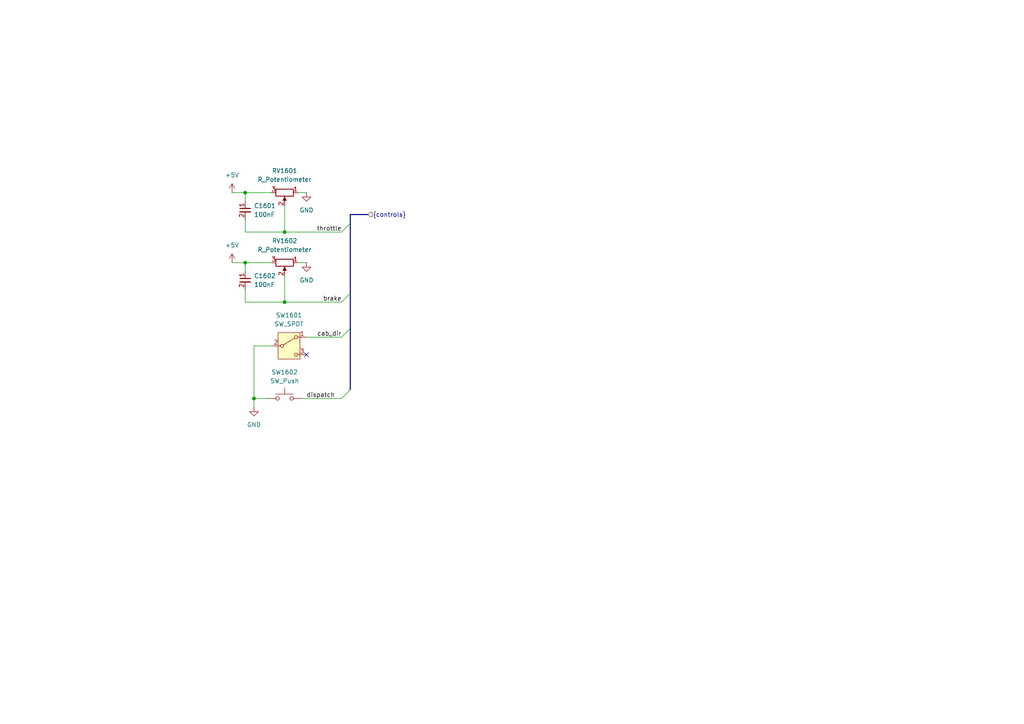
<source format=kicad_sch>
(kicad_sch (version 20231120) (generator "eeschema") (generator_version "8.0")
  (paper "A4")
  (lib_symbols
    (symbol "Device:R_Potentiometer" (pin_names (offset 1.016) hide)
      (property "Reference" "RV" (at -4.445 0 90))
      (property "Value" "R_Potentiometer" (at -2.54 0 90))
      (symbol "R_Potentiometer_0_1"
        (polyline (pts (xy 2.54 0) (xy 1.524 0)))
        (polyline (pts (xy 1.143 0) (xy 2.286 0.508) (xy 2.286 -0.508) (xy 1.143 0)) (fill (type outline)))
        (rectangle (start 1.016 2.54) (end -1.016 -2.54) (stroke (width 0.254)))
      )
      (symbol "R_Potentiometer_1_1"
        (pin passive line (at 0 3.81 270) (length 1.27) (name "1") (number "1"))
        (pin passive line (at 3.81 0 180) (length 1.27) (name "2") (number "2"))
        (pin passive line (at 0 -3.81 90) (length 1.27) (name "3") (number "3"))
      )
    )
    (symbol "Switch:SW_Push" (pin_numbers hide) (pin_names (offset 1.016) hide)
      (property "Reference" "SW" (at 1.27 2.54 0))
      (property "Value" "SW_Push" (at 0 -1.524 0))
      (symbol "SW_Push_0_1"
        (circle (center -2.032 0) (radius 0.508))
        (polyline (pts (xy 0 1.27) (xy 0 3.048)))
        (polyline (pts (xy 2.54 1.27) (xy -2.54 1.27)))
        (circle (center 2.032 0) (radius 0.508))
        (pin passive line (at -5.08 0 0) (length 2.54) (name "1") (number "1"))
        (pin passive line (at 5.08 0 180) (length 2.54) (name "2") (number "2"))
      )
    )
    (symbol "Switch:SW_SPDT" (pin_names (offset 0) hide)
      (property "Reference" "SW" (at 0 5.08 0))
      (property "Value" "SW_SPDT" (at 0 -5.08 0))
      (symbol "SW_SPDT_0_1"
        (circle (center -2.032 0) (radius 0.4572))
        (polyline (pts (xy -1.651 0.254) (xy 1.651 2.286)))
        (circle (center 2.032 -2.54) (radius 0.4572))
        (circle (center 2.032 2.54) (radius 0.4572))
      )
      (symbol "SW_SPDT_1_1"
        (rectangle (start -3.175 3.81) (end 3.175 -3.81) (fill (type background)))
        (pin passive line (at 5.08 2.54 180) (length 2.54) (name "A") (number "1"))
        (pin passive line (at -5.08 0 0) (length 2.54) (name "B") (number "2"))
        (pin passive line (at 5.08 -2.54 180) (length 2.54) (name "C") (number "3"))
      )
    )
    (symbol "capacitor_miscellaneous:C_0402_100nF"
      (property "Reference" "C" (at 1.27 2.54 0))
      (property "Value" "100nF" (at 3.81 -2.54 0))
      (symbol "C_0402_100nF_0_1"
        (polyline (pts (xy -1.524 -0.508) (xy 1.524 -0.508)) (stroke (width 0.3302)))
        (polyline (pts (xy -1.524 0.508) (xy 1.524 0.508)) (stroke (width 0.3048)))
      )
      (symbol "C_0402_100nF_1_1"
        (pin passive line (at 0 2.54 270) (length 2.032) (name "~") (number "1"))
        (pin passive line (at 0 -2.54 90) (length 2.032) (name "~") (number "2"))
      )
    )
    (symbol "power:+5V" (power) (pin_numbers hide) (pin_names (offset 0) hide)
      (property "Value" "+5V" (at 0 3.556 0))
      (symbol "+5V_0_1"
        (polyline (pts (xy -0.762 1.27) (xy 0 2.54)))
        (polyline (pts (xy 0 0) (xy 0 2.54)))
        (polyline (pts (xy 0 2.54) (xy 0.762 1.27)))
      )
      (symbol "+5V_1_1"
        (pin power_in line (at 0 0 90) (length 0) (name "~") (number "1"))
      )
    )
    (symbol "power:GND" (power) (pin_numbers hide) (pin_names (offset 0) hide)
      (property "Value" "GND" (at 0 -3.81 0))
      (symbol "GND_0_1"
        (polyline (pts (xy 0 0) (xy 0 -1.27) (xy 1.27 -1.27) (xy 0 -2.54) (xy -1.27 -1.27) (xy 0 -1.27)))
      )
      (symbol "GND_1_1"
        (pin power_in line (at 0 0 270) (length 0) (name "~") (number "1"))
      )
    )
  )
  (bus_alias "controls" (members "throttle" "brake" "cab_dir" "dispatch"))
  (junction (at 82.55 67.31))
  (junction (at 71.12 76.2))
  (junction (at 71.12 55.88))
  (junction (at 73.66 115.57))
  (junction (at 82.55 87.63))
  (no_connect (at 88.9 102.87))
  (bus_entry (at 99.06 87.63) (size 2.54 -2.54))
  (bus_entry (at 99.06 67.31) (size 2.54 -2.54))
  (bus_entry (at 99.06 97.79) (size 2.54 -2.54))
  (bus_entry (at 99.06 115.57) (size 2.54 -2.54))
  (bus (pts (xy 101.6 95.25) (xy 101.6 85.09)))
  (wire (pts (xy 71.12 78.74) (xy 71.12 76.2)))
  (wire (pts (xy 71.12 55.88) (xy 78.74 55.88)))
  (wire (pts (xy 82.55 59.69) (xy 82.55 67.31)))
  (bus (pts (xy 101.6 113.03) (xy 101.6 95.25)))
  (wire (pts (xy 73.66 100.33) (xy 78.74 100.33)))
  (bus (pts (xy 101.6 64.77) (xy 101.6 62.23)))
  (wire (pts (xy 73.66 100.33) (xy 73.66 115.57)))
  (wire (pts (xy 88.9 97.79) (xy 99.06 97.79)))
  (wire (pts (xy 71.12 87.63) (xy 71.12 83.82)))
  (wire (pts (xy 82.55 80.01) (xy 82.55 87.63)))
  (bus (pts (xy 101.6 62.23) (xy 106.68 62.23)))
  (wire (pts (xy 71.12 58.42) (xy 71.12 55.88)))
  (wire (pts (xy 86.36 76.2) (xy 88.9 76.2)))
  (wire (pts (xy 67.31 55.88) (xy 71.12 55.88)))
  (wire (pts (xy 82.55 67.31) (xy 71.12 67.31)))
  (wire (pts (xy 82.55 87.63) (xy 71.12 87.63)))
  (wire (pts (xy 71.12 67.31) (xy 71.12 63.5)))
  (wire (pts (xy 71.12 76.2) (xy 78.74 76.2)))
  (wire (pts (xy 73.66 115.57) (xy 73.66 118.11)))
  (wire (pts (xy 67.31 76.2) (xy 71.12 76.2)))
  (wire (pts (xy 87.63 115.57) (xy 99.06 115.57)))
  (wire (pts (xy 86.36 55.88) (xy 88.9 55.88)))
  (wire (pts (xy 77.47 115.57) (xy 73.66 115.57)))
  (wire (pts (xy 82.55 67.31) (xy 99.06 67.31)))
  (wire (pts (xy 82.55 87.63) (xy 99.06 87.63)))
  (bus (pts (xy 101.6 85.09) (xy 101.6 64.77)))
  (label "cab_dir" (at 99.06 97.79 180))
  (label "brake" (at 99.06 87.63 180))
  (label "dispatch" (at 88.9 115.57 0))
  (label "throttle" (at 99.06 67.31 180))
  (hierarchical_label "{controls}" (shape input) (at 106.68 62.23 0))
  (symbol (lib_id "power:+5V") (at 67.31 76.2 0) (unit 1)
    (property "Reference" "#PWR01601" (effects (hide yes)))
    (property "Value" "+5V" (at 67.31 71.12 0))
    (property "Description" "Power symbol creates a global label with name \"+5V\"" (effects (hide yes)))
  )
  (symbol (lib_id "power:GND") (at 88.9 55.88 0) (unit 1)
    (property "Reference" "#PWR01604" (effects (hide yes)))
    (property "Value" "GND" (at 88.9 60.96 0))
    (property "Description" "Power symbol creates a global label with name \"GND\" , ground" (effects (hide yes)))
  )
  (symbol (lib_id "capacitor_miscellaneous:C_0402_100nF") (at 71.12 81.28 0) (unit 1)
    (property "Reference" "C1602" (at 73.66 80.0162 0) (effects (justify left)))
    (property "Value" "100nF" (at 73.66 82.5562 0) (effects (justify left)))
    (property "Footprint" "Capacitor_SMD:C_0402_1005Metric" (effects (hide yes)))
    (property "JLCPCB Part#" "C307331" (effects (hide yes)))
  )
  (symbol (lib_id "power:GND") (at 88.9 76.2 0) (unit 1)
    (property "Reference" "#PWR01602" (effects (hide yes)))
    (property "Value" "GND" (at 88.9 81.28 0))
    (property "Description" "Power symbol creates a global label with name \"GND\" , ground" (effects (hide yes)))
  )
  (symbol (lib_id "Switch:SW_Push") (at 82.55 115.57 0) (unit 1)
    (property "Reference" "SW1602" (at 82.55 107.95 0))
    (property "Value" "SW_Push" (at 82.55 110.49 0))
    (property "Footprint" "custom_kicad_lib_sk:SW_NO_SILK" (effects (hide yes)))
    (property "Description" "Push button switch, generic, two pins" (effects (hide yes)))
  )
  (symbol (lib_id "Device:R_Potentiometer") (at 82.55 76.2 270) (unit 1)
    (property "Reference" "RV1602" (at 82.55 69.85 90))
    (property "Value" "R_Potentiometer" (at 82.55 72.39 90))
    (property "Footprint" "Potentiometer_THT:Potentiometer_Bourns_PTV09A-2_Single_Horizontal" (effects (hide yes)))
    (property "Description" "Potentiometer" (effects (hide yes)))
  )
  (symbol (lib_id "capacitor_miscellaneous:C_0402_100nF") (at 71.12 60.96 0) (unit 1)
    (property "Reference" "C1601" (at 73.66 59.6962 0) (effects (justify left)))
    (property "Value" "100nF" (at 73.66 62.2362 0) (effects (justify left)))
    (property "Footprint" "Capacitor_SMD:C_0402_1005Metric" (effects (hide yes)))
    (property "JLCPCB Part#" "C307331" (effects (hide yes)))
  )
  (symbol (lib_id "power:+5V") (at 67.31 55.88 0) (unit 1)
    (property "Reference" "#PWR01603" (effects (hide yes)))
    (property "Value" "+5V" (at 67.31 50.8 0))
    (property "Description" "Power symbol creates a global label with name \"+5V\"" (effects (hide yes)))
  )
  (symbol (lib_id "Switch:SW_SPDT") (at 83.82 100.33 0) (unit 1)
    (property "Reference" "SW1601" (at 83.82 91.44 0))
    (property "Value" "SW_SPDT" (at 83.82 93.98 0))
    (property "Footprint" "custom_kicad_lib_sk:MTS_DPDT" (effects (hide yes)))
    (property "Description" "Switch, single pole double throw" (effects (hide yes)))
  )
  (symbol (lib_id "Device:R_Potentiometer") (at 82.55 55.88 270) (unit 1)
    (property "Reference" "RV1601" (at 82.55 49.53 90))
    (property "Value" "R_Potentiometer" (at 82.55 52.07 90))
    (property "Footprint" "Potentiometer_THT:Potentiometer_Bourns_PTV09A-2_Single_Horizontal" (effects (hide yes)))
    (property "Description" "Potentiometer" (effects (hide yes)))
  )
  (symbol (lib_id "power:GND") (at 73.66 118.11 0) (unit 1)
    (property "Reference" "#PWR01605" (effects (hide yes)))
    (property "Value" "GND" (at 73.66 123.19 0))
    (property "Description" "Power symbol creates a global label with name \"GND\" , ground" (effects (hide yes)))
  )
)
</source>
